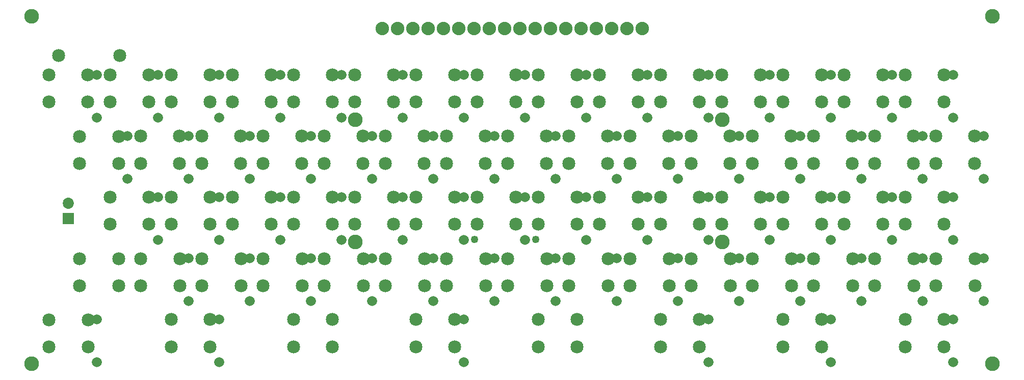
<source format=gts>
G04 MADE WITH FRITZING*
G04 WWW.FRITZING.ORG*
G04 DOUBLE SIDED*
G04 HOLES PLATED*
G04 CONTOUR ON CENTER OF CONTOUR VECTOR*
%ASAXBY*%
%FSLAX23Y23*%
%MOIN*%
%OFA0B0*%
%SFA1.0B1.0*%
%ADD10C,0.085000*%
%ADD11C,0.072992*%
%ADD12C,0.065433*%
%ADD13C,0.088000*%
%ADD14C,0.049370*%
%ADD15C,0.096614*%
%ADD16R,0.072992X0.072992*%
%LNMASK1*%
G90*
G70*
G54D10*
X456Y1791D03*
X200Y1791D03*
X456Y1968D03*
X200Y1968D03*
X856Y1791D03*
X600Y1791D03*
X856Y1968D03*
X600Y1968D03*
X1256Y1791D03*
X1000Y1791D03*
X1256Y1968D03*
X1000Y1968D03*
X1656Y1791D03*
X1400Y1791D03*
X1656Y1968D03*
X1400Y1968D03*
X2056Y1791D03*
X1800Y1791D03*
X2056Y1968D03*
X1800Y1968D03*
X2456Y1791D03*
X2200Y1791D03*
X2456Y1968D03*
X2200Y1968D03*
X2856Y1791D03*
X2600Y1791D03*
X2856Y1968D03*
X2600Y1968D03*
X3256Y1791D03*
X3000Y1791D03*
X3256Y1968D03*
X3000Y1968D03*
X3656Y1791D03*
X3400Y1791D03*
X3656Y1968D03*
X3400Y1968D03*
X4056Y1791D03*
X3800Y1791D03*
X4056Y1968D03*
X3800Y1968D03*
X4456Y1791D03*
X4200Y1791D03*
X4456Y1968D03*
X4200Y1968D03*
X4856Y1791D03*
X4600Y1791D03*
X4856Y1968D03*
X4600Y1968D03*
X5256Y1791D03*
X5000Y1791D03*
X5256Y1968D03*
X5000Y1968D03*
X5656Y1791D03*
X5400Y1791D03*
X5656Y1968D03*
X5400Y1968D03*
X6056Y1791D03*
X5800Y1791D03*
X6056Y1968D03*
X5800Y1968D03*
X1856Y1390D03*
X1600Y1390D03*
X1856Y1568D03*
X1600Y1568D03*
X1456Y1390D03*
X1200Y1390D03*
X1456Y1568D03*
X1200Y1568D03*
X657Y1390D03*
X401Y1390D03*
X657Y1567D03*
X401Y1567D03*
X4656Y1390D03*
X4400Y1390D03*
X4656Y1568D03*
X4400Y1568D03*
X2656Y1390D03*
X2400Y1390D03*
X2656Y1568D03*
X2400Y1568D03*
X5856Y1390D03*
X5600Y1390D03*
X5856Y1568D03*
X5600Y1568D03*
X5056Y1390D03*
X4800Y1390D03*
X5056Y1568D03*
X4800Y1568D03*
X3056Y1390D03*
X2800Y1390D03*
X3056Y1568D03*
X2800Y1568D03*
X5456Y1390D03*
X5200Y1390D03*
X5456Y1568D03*
X5200Y1568D03*
X3856Y1390D03*
X3600Y1390D03*
X3856Y1568D03*
X3600Y1568D03*
X4256Y1390D03*
X4000Y1390D03*
X4256Y1568D03*
X4000Y1568D03*
X3456Y1390D03*
X3200Y1390D03*
X3456Y1568D03*
X3200Y1568D03*
X6256Y1390D03*
X6000Y1390D03*
X6256Y1568D03*
X6000Y1568D03*
X2256Y1390D03*
X2000Y1390D03*
X2256Y1568D03*
X2000Y1568D03*
X1056Y1390D03*
X800Y1390D03*
X1056Y1568D03*
X800Y1568D03*
X5857Y590D03*
X5601Y590D03*
X5857Y767D03*
X5601Y767D03*
X4657Y590D03*
X4401Y590D03*
X4657Y767D03*
X4401Y767D03*
X1656Y991D03*
X1400Y991D03*
X1656Y1168D03*
X1400Y1168D03*
X1256Y991D03*
X1000Y991D03*
X1256Y1168D03*
X1000Y1168D03*
X657Y590D03*
X401Y590D03*
X657Y767D03*
X401Y767D03*
X856Y991D03*
X600Y991D03*
X856Y1168D03*
X600Y1168D03*
X1057Y590D03*
X801Y590D03*
X1057Y767D03*
X801Y767D03*
X3457Y590D03*
X3201Y590D03*
X3457Y767D03*
X3201Y767D03*
X2257Y590D03*
X2001Y590D03*
X2257Y767D03*
X2001Y767D03*
X5457Y590D03*
X5201Y590D03*
X5457Y767D03*
X5201Y767D03*
X2657Y590D03*
X2401Y590D03*
X2657Y767D03*
X2401Y767D03*
X1857Y590D03*
X1601Y590D03*
X1857Y767D03*
X1601Y767D03*
X4856Y991D03*
X4600Y991D03*
X4856Y1168D03*
X4600Y1168D03*
X3057Y590D03*
X2801Y590D03*
X3057Y767D03*
X2801Y767D03*
X5057Y590D03*
X4801Y590D03*
X5057Y767D03*
X4801Y767D03*
X2856Y991D03*
X2600Y991D03*
X2856Y1168D03*
X2600Y1168D03*
X5656Y991D03*
X5400Y991D03*
X5656Y1168D03*
X5400Y1168D03*
X5256Y991D03*
X5000Y991D03*
X5256Y1168D03*
X5000Y1168D03*
X2456Y991D03*
X2200Y991D03*
X2456Y1168D03*
X2200Y1168D03*
X4056Y991D03*
X3800Y991D03*
X4056Y1168D03*
X3800Y1168D03*
X1457Y590D03*
X1201Y590D03*
X1457Y767D03*
X1201Y767D03*
X6257Y590D03*
X6001Y590D03*
X6257Y767D03*
X6001Y767D03*
X6056Y991D03*
X5800Y991D03*
X6056Y1168D03*
X5800Y1168D03*
X3656Y991D03*
X3400Y991D03*
X3656Y1168D03*
X3400Y1168D03*
X4456Y991D03*
X4200Y991D03*
X4456Y1168D03*
X4200Y1168D03*
X4257Y590D03*
X4001Y590D03*
X4257Y767D03*
X4001Y767D03*
X2056Y991D03*
X1800Y991D03*
X2056Y1168D03*
X1800Y1168D03*
X3256Y991D03*
X3000Y991D03*
X3256Y1168D03*
X3000Y1168D03*
X3857Y590D03*
X3601Y590D03*
X3857Y767D03*
X3601Y767D03*
X1256Y190D03*
X1000Y190D03*
X1256Y368D03*
X1000Y368D03*
X457Y190D03*
X201Y190D03*
X457Y367D03*
X201Y367D03*
X4456Y190D03*
X4200Y190D03*
X4456Y368D03*
X4200Y368D03*
X2856Y190D03*
X2600Y190D03*
X2856Y368D03*
X2600Y368D03*
X5256Y190D03*
X5000Y190D03*
X5256Y368D03*
X5000Y368D03*
X3656Y190D03*
X3400Y190D03*
X3656Y368D03*
X3400Y368D03*
X6056Y190D03*
X5800Y190D03*
X6056Y368D03*
X5800Y368D03*
X2056Y190D03*
X1800Y190D03*
X2056Y368D03*
X1800Y368D03*
G54D11*
X329Y1030D03*
X329Y1128D03*
G54D12*
X515Y1689D03*
X515Y1969D03*
X515Y1689D03*
X515Y1969D03*
X915Y1688D03*
X915Y1968D03*
X915Y1688D03*
X915Y1968D03*
X1314Y1688D03*
X1314Y1968D03*
X1314Y1688D03*
X1314Y1968D03*
X1714Y1688D03*
X1714Y1968D03*
X1714Y1688D03*
X1714Y1968D03*
X2114Y1688D03*
X2114Y1968D03*
X2114Y1688D03*
X2114Y1968D03*
X2914Y1688D03*
X2914Y1968D03*
X2914Y1688D03*
X2914Y1968D03*
X3714Y1688D03*
X3714Y1968D03*
X3714Y1688D03*
X3714Y1968D03*
X3314Y1688D03*
X3314Y1968D03*
X3314Y1688D03*
X3314Y1968D03*
X4114Y1688D03*
X4114Y1968D03*
X4114Y1688D03*
X4114Y1968D03*
X2514Y1688D03*
X2514Y1968D03*
X2514Y1688D03*
X2514Y1968D03*
X4515Y1688D03*
X4515Y1968D03*
X4515Y1688D03*
X4515Y1968D03*
X5714Y1688D03*
X5714Y1968D03*
X5714Y1688D03*
X5714Y1968D03*
X6114Y1688D03*
X6114Y1968D03*
X6114Y1688D03*
X6114Y1968D03*
X5314Y1688D03*
X5314Y1968D03*
X5314Y1688D03*
X5314Y1968D03*
X4915Y1688D03*
X4915Y1968D03*
X4915Y1688D03*
X4915Y1968D03*
X1513Y1288D03*
X1513Y1568D03*
X1513Y1288D03*
X1513Y1568D03*
X2714Y1288D03*
X2714Y1568D03*
X2714Y1288D03*
X2714Y1568D03*
X4314Y1288D03*
X4314Y1568D03*
X4314Y1288D03*
X4314Y1568D03*
X3114Y1288D03*
X3114Y1568D03*
X3114Y1288D03*
X3114Y1568D03*
X4715Y1289D03*
X4715Y1569D03*
X4715Y1289D03*
X4715Y1569D03*
X5914Y1288D03*
X5914Y1568D03*
X5914Y1288D03*
X5914Y1568D03*
X5514Y1288D03*
X5514Y1568D03*
X5514Y1288D03*
X5514Y1568D03*
X3514Y1288D03*
X3514Y1568D03*
X3514Y1288D03*
X3514Y1568D03*
X714Y1288D03*
X714Y1568D03*
X714Y1288D03*
X714Y1568D03*
X1114Y1288D03*
X1114Y1568D03*
X1114Y1288D03*
X1114Y1568D03*
X6314Y1288D03*
X6314Y1568D03*
X6314Y1288D03*
X6314Y1568D03*
X5115Y1288D03*
X5115Y1568D03*
X5115Y1288D03*
X5115Y1568D03*
X1913Y1288D03*
X1913Y1568D03*
X1913Y1288D03*
X1913Y1568D03*
X3914Y1288D03*
X3914Y1568D03*
X3914Y1288D03*
X3914Y1568D03*
X2313Y1288D03*
X2313Y1568D03*
X2313Y1288D03*
X2313Y1568D03*
X4115Y888D03*
X4115Y1168D03*
X4115Y888D03*
X4115Y1168D03*
X3715Y888D03*
X3715Y1168D03*
X3715Y888D03*
X3715Y1168D03*
X4515Y889D03*
X4515Y1169D03*
X4515Y889D03*
X4515Y1169D03*
X3315Y888D03*
X3315Y1168D03*
X3315Y888D03*
X3315Y1168D03*
X2915Y888D03*
X2915Y1168D03*
X2915Y888D03*
X2915Y1168D03*
X6115Y889D03*
X6115Y1169D03*
X6115Y889D03*
X6115Y1169D03*
X2515Y889D03*
X2515Y1169D03*
X2515Y889D03*
X2515Y1169D03*
X5315Y889D03*
X5315Y1169D03*
X5315Y889D03*
X5315Y1169D03*
X914Y888D03*
X914Y1168D03*
X914Y888D03*
X914Y1168D03*
X1714Y888D03*
X1714Y1168D03*
X1714Y888D03*
X1714Y1168D03*
X2114Y888D03*
X2114Y1168D03*
X2114Y888D03*
X2114Y1168D03*
X1314Y888D03*
X1314Y1168D03*
X1314Y888D03*
X1314Y1168D03*
X5715Y889D03*
X5715Y1169D03*
X5715Y889D03*
X5715Y1169D03*
X4915Y889D03*
X4915Y1169D03*
X4915Y889D03*
X4915Y1169D03*
X1914Y488D03*
X1914Y768D03*
X1914Y488D03*
X1914Y768D03*
X3115Y488D03*
X3115Y768D03*
X3115Y488D03*
X3115Y768D03*
X4715Y489D03*
X4715Y769D03*
X4715Y489D03*
X4715Y769D03*
X5515Y489D03*
X5515Y769D03*
X5515Y489D03*
X5515Y769D03*
X2314Y488D03*
X2314Y768D03*
X2314Y488D03*
X2314Y768D03*
X1514Y488D03*
X1514Y768D03*
X1514Y488D03*
X1514Y768D03*
X2715Y489D03*
X2715Y769D03*
X2715Y489D03*
X2715Y769D03*
X1114Y488D03*
X1114Y768D03*
X1114Y488D03*
X1114Y768D03*
X4315Y488D03*
X4315Y768D03*
X4315Y488D03*
X4315Y768D03*
X6315Y489D03*
X6315Y769D03*
X6315Y489D03*
X6315Y769D03*
X5915Y489D03*
X5915Y769D03*
X5915Y489D03*
X5915Y769D03*
X3915Y488D03*
X3915Y768D03*
X3915Y488D03*
X3915Y768D03*
X3515Y488D03*
X3515Y768D03*
X3515Y488D03*
X3515Y768D03*
X5115Y489D03*
X5115Y769D03*
X5115Y489D03*
X5115Y769D03*
X514Y89D03*
X514Y369D03*
X514Y89D03*
X514Y369D03*
X5315Y89D03*
X5315Y369D03*
X5315Y89D03*
X5315Y369D03*
X6115Y89D03*
X6115Y369D03*
X6115Y89D03*
X6115Y369D03*
X4515Y89D03*
X4515Y369D03*
X4515Y89D03*
X4515Y369D03*
X1314Y88D03*
X1314Y368D03*
X1314Y88D03*
X1314Y368D03*
X2915Y88D03*
X2915Y368D03*
X2915Y88D03*
X2915Y368D03*
G54D13*
X2381Y2271D03*
X2481Y2271D03*
X2581Y2271D03*
X2681Y2271D03*
X2781Y2271D03*
X2881Y2271D03*
X2981Y2271D03*
X3081Y2271D03*
X3181Y2271D03*
X3281Y2271D03*
X3381Y2271D03*
X3481Y2271D03*
X3581Y2271D03*
X3681Y2271D03*
X3781Y2271D03*
X3881Y2271D03*
X3981Y2271D03*
X4081Y2271D03*
G54D14*
X2983Y891D03*
X3383Y891D03*
G54D15*
X6372Y2352D03*
X89Y2352D03*
X6372Y80D03*
X89Y80D03*
X2206Y1676D03*
X4606Y1675D03*
X4606Y875D03*
X2206Y875D03*
G54D10*
X264Y2095D03*
X664Y2095D03*
G54D16*
X329Y1030D03*
G04 End of Mask1*
M02*
</source>
